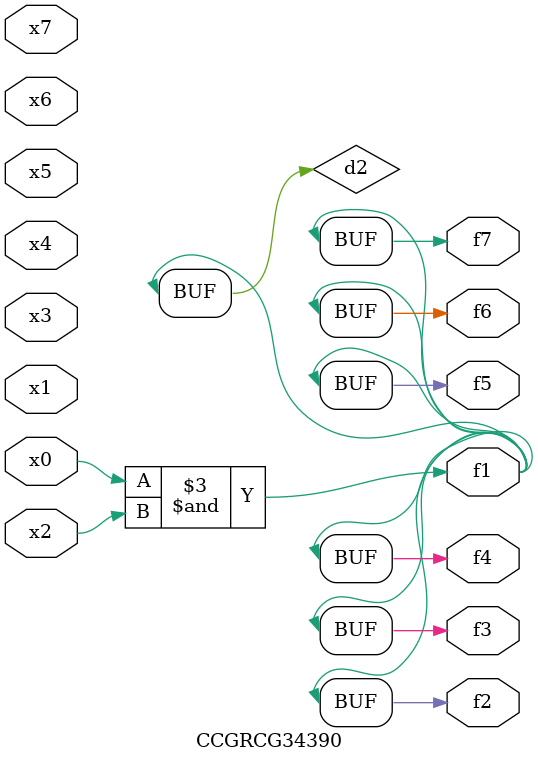
<source format=v>
module CCGRCG34390(
	input x0, x1, x2, x3, x4, x5, x6, x7,
	output f1, f2, f3, f4, f5, f6, f7
);

	wire d1, d2;

	nor (d1, x3, x6);
	and (d2, x0, x2);
	assign f1 = d2;
	assign f2 = d2;
	assign f3 = d2;
	assign f4 = d2;
	assign f5 = d2;
	assign f6 = d2;
	assign f7 = d2;
endmodule

</source>
